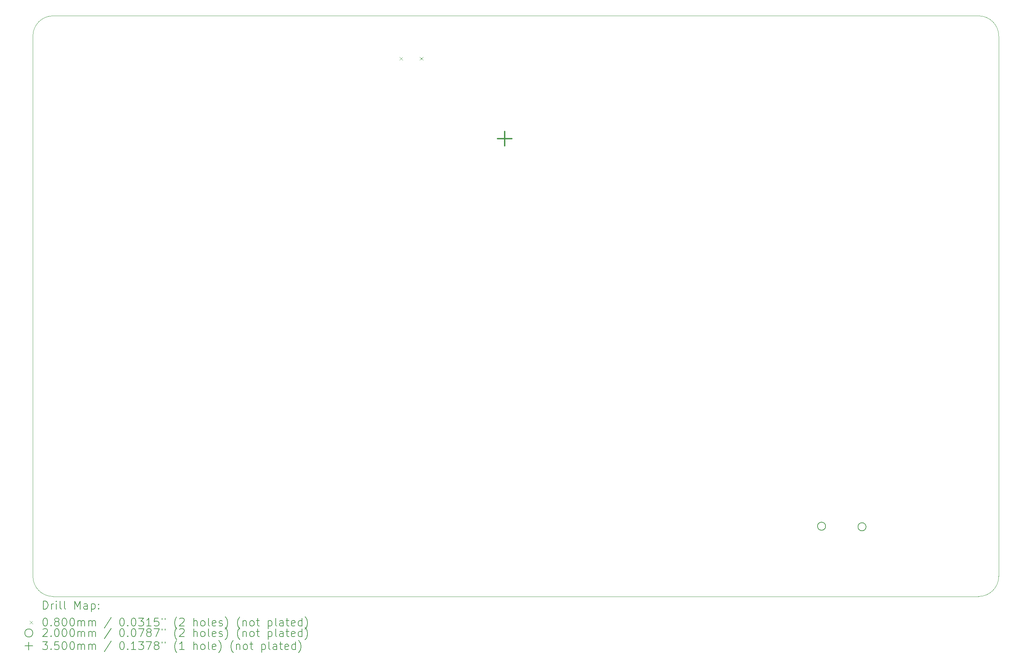
<source format=gbr>
%TF.GenerationSoftware,KiCad,Pcbnew,9.0.2*%
%TF.CreationDate,2025-09-27T17:57:00+01:00*%
%TF.ProjectId,ESP_IOBoard_V4,4553505f-494f-4426-9f61-72645f56342e,rev?*%
%TF.SameCoordinates,Original*%
%TF.FileFunction,Drillmap*%
%TF.FilePolarity,Positive*%
%FSLAX45Y45*%
G04 Gerber Fmt 4.5, Leading zero omitted, Abs format (unit mm)*
G04 Created by KiCad (PCBNEW 9.0.2) date 2025-09-27 17:57:00*
%MOMM*%
%LPD*%
G01*
G04 APERTURE LIST*
%ADD10C,0.038100*%
%ADD11C,0.200000*%
%ADD12C,0.100000*%
%ADD13C,0.350000*%
G04 APERTURE END LIST*
D10*
X26187400Y-15611220D02*
G75*
G02*
X25687400Y-16111220I-500000J0D01*
G01*
X2222500Y-2217040D02*
G75*
G02*
X2722500Y-1717040I500000J0D01*
G01*
X2722500Y-1717040D02*
X25687400Y-1717040D01*
X25687400Y-1717040D02*
G75*
G02*
X26187400Y-2217040I0J-500000D01*
G01*
X2722500Y-16111220D02*
G75*
G02*
X2222500Y-15611220I0J500000D01*
G01*
X26187400Y-2217040D02*
X26187400Y-15611220D01*
X2222500Y-15611220D02*
X2222500Y-2217040D01*
X25687400Y-16111220D02*
X2722500Y-16111220D01*
D11*
D12*
X11320840Y-2736780D02*
X11400840Y-2816780D01*
X11400840Y-2736780D02*
X11320840Y-2816780D01*
X11820840Y-2736780D02*
X11900840Y-2816780D01*
X11900840Y-2736780D02*
X11820840Y-2816780D01*
D11*
X21890660Y-14369560D02*
G75*
G02*
X21690660Y-14369560I-100000J0D01*
G01*
X21690660Y-14369560D02*
G75*
G02*
X21890660Y-14369560I100000J0D01*
G01*
X22893960Y-14383990D02*
G75*
G02*
X22693960Y-14383990I-100000J0D01*
G01*
X22693960Y-14383990D02*
G75*
G02*
X22893960Y-14383990I100000J0D01*
G01*
D13*
X13928140Y-4584960D02*
X13928140Y-4934960D01*
X13753140Y-4759960D02*
X14103140Y-4759960D01*
D11*
X2481372Y-16424609D02*
X2481372Y-16224609D01*
X2481372Y-16224609D02*
X2528991Y-16224609D01*
X2528991Y-16224609D02*
X2557562Y-16234133D01*
X2557562Y-16234133D02*
X2576610Y-16253180D01*
X2576610Y-16253180D02*
X2586134Y-16272228D01*
X2586134Y-16272228D02*
X2595658Y-16310323D01*
X2595658Y-16310323D02*
X2595658Y-16338894D01*
X2595658Y-16338894D02*
X2586134Y-16376990D01*
X2586134Y-16376990D02*
X2576610Y-16396037D01*
X2576610Y-16396037D02*
X2557562Y-16415085D01*
X2557562Y-16415085D02*
X2528991Y-16424609D01*
X2528991Y-16424609D02*
X2481372Y-16424609D01*
X2681372Y-16424609D02*
X2681372Y-16291275D01*
X2681372Y-16329371D02*
X2690896Y-16310323D01*
X2690896Y-16310323D02*
X2700419Y-16300799D01*
X2700419Y-16300799D02*
X2719467Y-16291275D01*
X2719467Y-16291275D02*
X2738515Y-16291275D01*
X2805181Y-16424609D02*
X2805181Y-16291275D01*
X2805181Y-16224609D02*
X2795658Y-16234133D01*
X2795658Y-16234133D02*
X2805181Y-16243656D01*
X2805181Y-16243656D02*
X2814705Y-16234133D01*
X2814705Y-16234133D02*
X2805181Y-16224609D01*
X2805181Y-16224609D02*
X2805181Y-16243656D01*
X2928991Y-16424609D02*
X2909943Y-16415085D01*
X2909943Y-16415085D02*
X2900419Y-16396037D01*
X2900419Y-16396037D02*
X2900419Y-16224609D01*
X3033753Y-16424609D02*
X3014705Y-16415085D01*
X3014705Y-16415085D02*
X3005181Y-16396037D01*
X3005181Y-16396037D02*
X3005181Y-16224609D01*
X3262324Y-16424609D02*
X3262324Y-16224609D01*
X3262324Y-16224609D02*
X3328991Y-16367466D01*
X3328991Y-16367466D02*
X3395657Y-16224609D01*
X3395657Y-16224609D02*
X3395657Y-16424609D01*
X3576610Y-16424609D02*
X3576610Y-16319847D01*
X3576610Y-16319847D02*
X3567086Y-16300799D01*
X3567086Y-16300799D02*
X3548038Y-16291275D01*
X3548038Y-16291275D02*
X3509943Y-16291275D01*
X3509943Y-16291275D02*
X3490896Y-16300799D01*
X3576610Y-16415085D02*
X3557562Y-16424609D01*
X3557562Y-16424609D02*
X3509943Y-16424609D01*
X3509943Y-16424609D02*
X3490896Y-16415085D01*
X3490896Y-16415085D02*
X3481372Y-16396037D01*
X3481372Y-16396037D02*
X3481372Y-16376990D01*
X3481372Y-16376990D02*
X3490896Y-16357942D01*
X3490896Y-16357942D02*
X3509943Y-16348418D01*
X3509943Y-16348418D02*
X3557562Y-16348418D01*
X3557562Y-16348418D02*
X3576610Y-16338894D01*
X3671848Y-16291275D02*
X3671848Y-16491275D01*
X3671848Y-16300799D02*
X3690896Y-16291275D01*
X3690896Y-16291275D02*
X3728991Y-16291275D01*
X3728991Y-16291275D02*
X3748038Y-16300799D01*
X3748038Y-16300799D02*
X3757562Y-16310323D01*
X3757562Y-16310323D02*
X3767086Y-16329371D01*
X3767086Y-16329371D02*
X3767086Y-16386513D01*
X3767086Y-16386513D02*
X3757562Y-16405561D01*
X3757562Y-16405561D02*
X3748038Y-16415085D01*
X3748038Y-16415085D02*
X3728991Y-16424609D01*
X3728991Y-16424609D02*
X3690896Y-16424609D01*
X3690896Y-16424609D02*
X3671848Y-16415085D01*
X3852800Y-16405561D02*
X3862324Y-16415085D01*
X3862324Y-16415085D02*
X3852800Y-16424609D01*
X3852800Y-16424609D02*
X3843277Y-16415085D01*
X3843277Y-16415085D02*
X3852800Y-16405561D01*
X3852800Y-16405561D02*
X3852800Y-16424609D01*
X3852800Y-16300799D02*
X3862324Y-16310323D01*
X3862324Y-16310323D02*
X3852800Y-16319847D01*
X3852800Y-16319847D02*
X3843277Y-16310323D01*
X3843277Y-16310323D02*
X3852800Y-16300799D01*
X3852800Y-16300799D02*
X3852800Y-16319847D01*
D12*
X2140595Y-16713125D02*
X2220595Y-16793125D01*
X2220595Y-16713125D02*
X2140595Y-16793125D01*
D11*
X2519467Y-16644609D02*
X2538515Y-16644609D01*
X2538515Y-16644609D02*
X2557562Y-16654133D01*
X2557562Y-16654133D02*
X2567086Y-16663656D01*
X2567086Y-16663656D02*
X2576610Y-16682704D01*
X2576610Y-16682704D02*
X2586134Y-16720799D01*
X2586134Y-16720799D02*
X2586134Y-16768418D01*
X2586134Y-16768418D02*
X2576610Y-16806514D01*
X2576610Y-16806514D02*
X2567086Y-16825561D01*
X2567086Y-16825561D02*
X2557562Y-16835085D01*
X2557562Y-16835085D02*
X2538515Y-16844609D01*
X2538515Y-16844609D02*
X2519467Y-16844609D01*
X2519467Y-16844609D02*
X2500419Y-16835085D01*
X2500419Y-16835085D02*
X2490896Y-16825561D01*
X2490896Y-16825561D02*
X2481372Y-16806514D01*
X2481372Y-16806514D02*
X2471848Y-16768418D01*
X2471848Y-16768418D02*
X2471848Y-16720799D01*
X2471848Y-16720799D02*
X2481372Y-16682704D01*
X2481372Y-16682704D02*
X2490896Y-16663656D01*
X2490896Y-16663656D02*
X2500419Y-16654133D01*
X2500419Y-16654133D02*
X2519467Y-16644609D01*
X2671848Y-16825561D02*
X2681372Y-16835085D01*
X2681372Y-16835085D02*
X2671848Y-16844609D01*
X2671848Y-16844609D02*
X2662324Y-16835085D01*
X2662324Y-16835085D02*
X2671848Y-16825561D01*
X2671848Y-16825561D02*
X2671848Y-16844609D01*
X2795658Y-16730323D02*
X2776610Y-16720799D01*
X2776610Y-16720799D02*
X2767086Y-16711275D01*
X2767086Y-16711275D02*
X2757562Y-16692228D01*
X2757562Y-16692228D02*
X2757562Y-16682704D01*
X2757562Y-16682704D02*
X2767086Y-16663656D01*
X2767086Y-16663656D02*
X2776610Y-16654133D01*
X2776610Y-16654133D02*
X2795658Y-16644609D01*
X2795658Y-16644609D02*
X2833753Y-16644609D01*
X2833753Y-16644609D02*
X2852800Y-16654133D01*
X2852800Y-16654133D02*
X2862324Y-16663656D01*
X2862324Y-16663656D02*
X2871848Y-16682704D01*
X2871848Y-16682704D02*
X2871848Y-16692228D01*
X2871848Y-16692228D02*
X2862324Y-16711275D01*
X2862324Y-16711275D02*
X2852800Y-16720799D01*
X2852800Y-16720799D02*
X2833753Y-16730323D01*
X2833753Y-16730323D02*
X2795658Y-16730323D01*
X2795658Y-16730323D02*
X2776610Y-16739847D01*
X2776610Y-16739847D02*
X2767086Y-16749371D01*
X2767086Y-16749371D02*
X2757562Y-16768418D01*
X2757562Y-16768418D02*
X2757562Y-16806514D01*
X2757562Y-16806514D02*
X2767086Y-16825561D01*
X2767086Y-16825561D02*
X2776610Y-16835085D01*
X2776610Y-16835085D02*
X2795658Y-16844609D01*
X2795658Y-16844609D02*
X2833753Y-16844609D01*
X2833753Y-16844609D02*
X2852800Y-16835085D01*
X2852800Y-16835085D02*
X2862324Y-16825561D01*
X2862324Y-16825561D02*
X2871848Y-16806514D01*
X2871848Y-16806514D02*
X2871848Y-16768418D01*
X2871848Y-16768418D02*
X2862324Y-16749371D01*
X2862324Y-16749371D02*
X2852800Y-16739847D01*
X2852800Y-16739847D02*
X2833753Y-16730323D01*
X2995657Y-16644609D02*
X3014705Y-16644609D01*
X3014705Y-16644609D02*
X3033753Y-16654133D01*
X3033753Y-16654133D02*
X3043277Y-16663656D01*
X3043277Y-16663656D02*
X3052800Y-16682704D01*
X3052800Y-16682704D02*
X3062324Y-16720799D01*
X3062324Y-16720799D02*
X3062324Y-16768418D01*
X3062324Y-16768418D02*
X3052800Y-16806514D01*
X3052800Y-16806514D02*
X3043277Y-16825561D01*
X3043277Y-16825561D02*
X3033753Y-16835085D01*
X3033753Y-16835085D02*
X3014705Y-16844609D01*
X3014705Y-16844609D02*
X2995657Y-16844609D01*
X2995657Y-16844609D02*
X2976610Y-16835085D01*
X2976610Y-16835085D02*
X2967086Y-16825561D01*
X2967086Y-16825561D02*
X2957562Y-16806514D01*
X2957562Y-16806514D02*
X2948038Y-16768418D01*
X2948038Y-16768418D02*
X2948038Y-16720799D01*
X2948038Y-16720799D02*
X2957562Y-16682704D01*
X2957562Y-16682704D02*
X2967086Y-16663656D01*
X2967086Y-16663656D02*
X2976610Y-16654133D01*
X2976610Y-16654133D02*
X2995657Y-16644609D01*
X3186134Y-16644609D02*
X3205181Y-16644609D01*
X3205181Y-16644609D02*
X3224229Y-16654133D01*
X3224229Y-16654133D02*
X3233753Y-16663656D01*
X3233753Y-16663656D02*
X3243277Y-16682704D01*
X3243277Y-16682704D02*
X3252800Y-16720799D01*
X3252800Y-16720799D02*
X3252800Y-16768418D01*
X3252800Y-16768418D02*
X3243277Y-16806514D01*
X3243277Y-16806514D02*
X3233753Y-16825561D01*
X3233753Y-16825561D02*
X3224229Y-16835085D01*
X3224229Y-16835085D02*
X3205181Y-16844609D01*
X3205181Y-16844609D02*
X3186134Y-16844609D01*
X3186134Y-16844609D02*
X3167086Y-16835085D01*
X3167086Y-16835085D02*
X3157562Y-16825561D01*
X3157562Y-16825561D02*
X3148038Y-16806514D01*
X3148038Y-16806514D02*
X3138515Y-16768418D01*
X3138515Y-16768418D02*
X3138515Y-16720799D01*
X3138515Y-16720799D02*
X3148038Y-16682704D01*
X3148038Y-16682704D02*
X3157562Y-16663656D01*
X3157562Y-16663656D02*
X3167086Y-16654133D01*
X3167086Y-16654133D02*
X3186134Y-16644609D01*
X3338515Y-16844609D02*
X3338515Y-16711275D01*
X3338515Y-16730323D02*
X3348038Y-16720799D01*
X3348038Y-16720799D02*
X3367086Y-16711275D01*
X3367086Y-16711275D02*
X3395658Y-16711275D01*
X3395658Y-16711275D02*
X3414705Y-16720799D01*
X3414705Y-16720799D02*
X3424229Y-16739847D01*
X3424229Y-16739847D02*
X3424229Y-16844609D01*
X3424229Y-16739847D02*
X3433753Y-16720799D01*
X3433753Y-16720799D02*
X3452800Y-16711275D01*
X3452800Y-16711275D02*
X3481372Y-16711275D01*
X3481372Y-16711275D02*
X3500419Y-16720799D01*
X3500419Y-16720799D02*
X3509943Y-16739847D01*
X3509943Y-16739847D02*
X3509943Y-16844609D01*
X3605181Y-16844609D02*
X3605181Y-16711275D01*
X3605181Y-16730323D02*
X3614705Y-16720799D01*
X3614705Y-16720799D02*
X3633753Y-16711275D01*
X3633753Y-16711275D02*
X3662324Y-16711275D01*
X3662324Y-16711275D02*
X3681372Y-16720799D01*
X3681372Y-16720799D02*
X3690896Y-16739847D01*
X3690896Y-16739847D02*
X3690896Y-16844609D01*
X3690896Y-16739847D02*
X3700419Y-16720799D01*
X3700419Y-16720799D02*
X3719467Y-16711275D01*
X3719467Y-16711275D02*
X3748038Y-16711275D01*
X3748038Y-16711275D02*
X3767086Y-16720799D01*
X3767086Y-16720799D02*
X3776610Y-16739847D01*
X3776610Y-16739847D02*
X3776610Y-16844609D01*
X4167086Y-16635085D02*
X3995658Y-16892228D01*
X4424229Y-16644609D02*
X4443277Y-16644609D01*
X4443277Y-16644609D02*
X4462324Y-16654133D01*
X4462324Y-16654133D02*
X4471848Y-16663656D01*
X4471848Y-16663656D02*
X4481372Y-16682704D01*
X4481372Y-16682704D02*
X4490896Y-16720799D01*
X4490896Y-16720799D02*
X4490896Y-16768418D01*
X4490896Y-16768418D02*
X4481372Y-16806514D01*
X4481372Y-16806514D02*
X4471848Y-16825561D01*
X4471848Y-16825561D02*
X4462324Y-16835085D01*
X4462324Y-16835085D02*
X4443277Y-16844609D01*
X4443277Y-16844609D02*
X4424229Y-16844609D01*
X4424229Y-16844609D02*
X4405182Y-16835085D01*
X4405182Y-16835085D02*
X4395658Y-16825561D01*
X4395658Y-16825561D02*
X4386134Y-16806514D01*
X4386134Y-16806514D02*
X4376610Y-16768418D01*
X4376610Y-16768418D02*
X4376610Y-16720799D01*
X4376610Y-16720799D02*
X4386134Y-16682704D01*
X4386134Y-16682704D02*
X4395658Y-16663656D01*
X4395658Y-16663656D02*
X4405182Y-16654133D01*
X4405182Y-16654133D02*
X4424229Y-16644609D01*
X4576610Y-16825561D02*
X4586134Y-16835085D01*
X4586134Y-16835085D02*
X4576610Y-16844609D01*
X4576610Y-16844609D02*
X4567086Y-16835085D01*
X4567086Y-16835085D02*
X4576610Y-16825561D01*
X4576610Y-16825561D02*
X4576610Y-16844609D01*
X4709943Y-16644609D02*
X4728991Y-16644609D01*
X4728991Y-16644609D02*
X4748039Y-16654133D01*
X4748039Y-16654133D02*
X4757563Y-16663656D01*
X4757563Y-16663656D02*
X4767086Y-16682704D01*
X4767086Y-16682704D02*
X4776610Y-16720799D01*
X4776610Y-16720799D02*
X4776610Y-16768418D01*
X4776610Y-16768418D02*
X4767086Y-16806514D01*
X4767086Y-16806514D02*
X4757563Y-16825561D01*
X4757563Y-16825561D02*
X4748039Y-16835085D01*
X4748039Y-16835085D02*
X4728991Y-16844609D01*
X4728991Y-16844609D02*
X4709943Y-16844609D01*
X4709943Y-16844609D02*
X4690896Y-16835085D01*
X4690896Y-16835085D02*
X4681372Y-16825561D01*
X4681372Y-16825561D02*
X4671848Y-16806514D01*
X4671848Y-16806514D02*
X4662324Y-16768418D01*
X4662324Y-16768418D02*
X4662324Y-16720799D01*
X4662324Y-16720799D02*
X4671848Y-16682704D01*
X4671848Y-16682704D02*
X4681372Y-16663656D01*
X4681372Y-16663656D02*
X4690896Y-16654133D01*
X4690896Y-16654133D02*
X4709943Y-16644609D01*
X4843277Y-16644609D02*
X4967086Y-16644609D01*
X4967086Y-16644609D02*
X4900420Y-16720799D01*
X4900420Y-16720799D02*
X4928991Y-16720799D01*
X4928991Y-16720799D02*
X4948039Y-16730323D01*
X4948039Y-16730323D02*
X4957563Y-16739847D01*
X4957563Y-16739847D02*
X4967086Y-16758894D01*
X4967086Y-16758894D02*
X4967086Y-16806514D01*
X4967086Y-16806514D02*
X4957563Y-16825561D01*
X4957563Y-16825561D02*
X4948039Y-16835085D01*
X4948039Y-16835085D02*
X4928991Y-16844609D01*
X4928991Y-16844609D02*
X4871848Y-16844609D01*
X4871848Y-16844609D02*
X4852801Y-16835085D01*
X4852801Y-16835085D02*
X4843277Y-16825561D01*
X5157563Y-16844609D02*
X5043277Y-16844609D01*
X5100420Y-16844609D02*
X5100420Y-16644609D01*
X5100420Y-16644609D02*
X5081372Y-16673180D01*
X5081372Y-16673180D02*
X5062324Y-16692228D01*
X5062324Y-16692228D02*
X5043277Y-16701752D01*
X5338515Y-16644609D02*
X5243277Y-16644609D01*
X5243277Y-16644609D02*
X5233753Y-16739847D01*
X5233753Y-16739847D02*
X5243277Y-16730323D01*
X5243277Y-16730323D02*
X5262324Y-16720799D01*
X5262324Y-16720799D02*
X5309944Y-16720799D01*
X5309944Y-16720799D02*
X5328991Y-16730323D01*
X5328991Y-16730323D02*
X5338515Y-16739847D01*
X5338515Y-16739847D02*
X5348039Y-16758894D01*
X5348039Y-16758894D02*
X5348039Y-16806514D01*
X5348039Y-16806514D02*
X5338515Y-16825561D01*
X5338515Y-16825561D02*
X5328991Y-16835085D01*
X5328991Y-16835085D02*
X5309944Y-16844609D01*
X5309944Y-16844609D02*
X5262324Y-16844609D01*
X5262324Y-16844609D02*
X5243277Y-16835085D01*
X5243277Y-16835085D02*
X5233753Y-16825561D01*
X5424229Y-16644609D02*
X5424229Y-16682704D01*
X5500420Y-16644609D02*
X5500420Y-16682704D01*
X5795658Y-16920799D02*
X5786134Y-16911275D01*
X5786134Y-16911275D02*
X5767086Y-16882704D01*
X5767086Y-16882704D02*
X5757563Y-16863656D01*
X5757563Y-16863656D02*
X5748039Y-16835085D01*
X5748039Y-16835085D02*
X5738515Y-16787466D01*
X5738515Y-16787466D02*
X5738515Y-16749371D01*
X5738515Y-16749371D02*
X5748039Y-16701752D01*
X5748039Y-16701752D02*
X5757563Y-16673180D01*
X5757563Y-16673180D02*
X5767086Y-16654133D01*
X5767086Y-16654133D02*
X5786134Y-16625561D01*
X5786134Y-16625561D02*
X5795658Y-16616037D01*
X5862324Y-16663656D02*
X5871848Y-16654133D01*
X5871848Y-16654133D02*
X5890896Y-16644609D01*
X5890896Y-16644609D02*
X5938515Y-16644609D01*
X5938515Y-16644609D02*
X5957563Y-16654133D01*
X5957563Y-16654133D02*
X5967086Y-16663656D01*
X5967086Y-16663656D02*
X5976610Y-16682704D01*
X5976610Y-16682704D02*
X5976610Y-16701752D01*
X5976610Y-16701752D02*
X5967086Y-16730323D01*
X5967086Y-16730323D02*
X5852801Y-16844609D01*
X5852801Y-16844609D02*
X5976610Y-16844609D01*
X6214705Y-16844609D02*
X6214705Y-16644609D01*
X6300420Y-16844609D02*
X6300420Y-16739847D01*
X6300420Y-16739847D02*
X6290896Y-16720799D01*
X6290896Y-16720799D02*
X6271848Y-16711275D01*
X6271848Y-16711275D02*
X6243277Y-16711275D01*
X6243277Y-16711275D02*
X6224229Y-16720799D01*
X6224229Y-16720799D02*
X6214705Y-16730323D01*
X6424229Y-16844609D02*
X6405182Y-16835085D01*
X6405182Y-16835085D02*
X6395658Y-16825561D01*
X6395658Y-16825561D02*
X6386134Y-16806514D01*
X6386134Y-16806514D02*
X6386134Y-16749371D01*
X6386134Y-16749371D02*
X6395658Y-16730323D01*
X6395658Y-16730323D02*
X6405182Y-16720799D01*
X6405182Y-16720799D02*
X6424229Y-16711275D01*
X6424229Y-16711275D02*
X6452801Y-16711275D01*
X6452801Y-16711275D02*
X6471848Y-16720799D01*
X6471848Y-16720799D02*
X6481372Y-16730323D01*
X6481372Y-16730323D02*
X6490896Y-16749371D01*
X6490896Y-16749371D02*
X6490896Y-16806514D01*
X6490896Y-16806514D02*
X6481372Y-16825561D01*
X6481372Y-16825561D02*
X6471848Y-16835085D01*
X6471848Y-16835085D02*
X6452801Y-16844609D01*
X6452801Y-16844609D02*
X6424229Y-16844609D01*
X6605182Y-16844609D02*
X6586134Y-16835085D01*
X6586134Y-16835085D02*
X6576610Y-16816037D01*
X6576610Y-16816037D02*
X6576610Y-16644609D01*
X6757563Y-16835085D02*
X6738515Y-16844609D01*
X6738515Y-16844609D02*
X6700420Y-16844609D01*
X6700420Y-16844609D02*
X6681372Y-16835085D01*
X6681372Y-16835085D02*
X6671848Y-16816037D01*
X6671848Y-16816037D02*
X6671848Y-16739847D01*
X6671848Y-16739847D02*
X6681372Y-16720799D01*
X6681372Y-16720799D02*
X6700420Y-16711275D01*
X6700420Y-16711275D02*
X6738515Y-16711275D01*
X6738515Y-16711275D02*
X6757563Y-16720799D01*
X6757563Y-16720799D02*
X6767086Y-16739847D01*
X6767086Y-16739847D02*
X6767086Y-16758894D01*
X6767086Y-16758894D02*
X6671848Y-16777942D01*
X6843277Y-16835085D02*
X6862325Y-16844609D01*
X6862325Y-16844609D02*
X6900420Y-16844609D01*
X6900420Y-16844609D02*
X6919467Y-16835085D01*
X6919467Y-16835085D02*
X6928991Y-16816037D01*
X6928991Y-16816037D02*
X6928991Y-16806514D01*
X6928991Y-16806514D02*
X6919467Y-16787466D01*
X6919467Y-16787466D02*
X6900420Y-16777942D01*
X6900420Y-16777942D02*
X6871848Y-16777942D01*
X6871848Y-16777942D02*
X6852801Y-16768418D01*
X6852801Y-16768418D02*
X6843277Y-16749371D01*
X6843277Y-16749371D02*
X6843277Y-16739847D01*
X6843277Y-16739847D02*
X6852801Y-16720799D01*
X6852801Y-16720799D02*
X6871848Y-16711275D01*
X6871848Y-16711275D02*
X6900420Y-16711275D01*
X6900420Y-16711275D02*
X6919467Y-16720799D01*
X6995658Y-16920799D02*
X7005182Y-16911275D01*
X7005182Y-16911275D02*
X7024229Y-16882704D01*
X7024229Y-16882704D02*
X7033753Y-16863656D01*
X7033753Y-16863656D02*
X7043277Y-16835085D01*
X7043277Y-16835085D02*
X7052801Y-16787466D01*
X7052801Y-16787466D02*
X7052801Y-16749371D01*
X7052801Y-16749371D02*
X7043277Y-16701752D01*
X7043277Y-16701752D02*
X7033753Y-16673180D01*
X7033753Y-16673180D02*
X7024229Y-16654133D01*
X7024229Y-16654133D02*
X7005182Y-16625561D01*
X7005182Y-16625561D02*
X6995658Y-16616037D01*
X7357563Y-16920799D02*
X7348039Y-16911275D01*
X7348039Y-16911275D02*
X7328991Y-16882704D01*
X7328991Y-16882704D02*
X7319467Y-16863656D01*
X7319467Y-16863656D02*
X7309944Y-16835085D01*
X7309944Y-16835085D02*
X7300420Y-16787466D01*
X7300420Y-16787466D02*
X7300420Y-16749371D01*
X7300420Y-16749371D02*
X7309944Y-16701752D01*
X7309944Y-16701752D02*
X7319467Y-16673180D01*
X7319467Y-16673180D02*
X7328991Y-16654133D01*
X7328991Y-16654133D02*
X7348039Y-16625561D01*
X7348039Y-16625561D02*
X7357563Y-16616037D01*
X7433753Y-16711275D02*
X7433753Y-16844609D01*
X7433753Y-16730323D02*
X7443277Y-16720799D01*
X7443277Y-16720799D02*
X7462325Y-16711275D01*
X7462325Y-16711275D02*
X7490896Y-16711275D01*
X7490896Y-16711275D02*
X7509944Y-16720799D01*
X7509944Y-16720799D02*
X7519467Y-16739847D01*
X7519467Y-16739847D02*
X7519467Y-16844609D01*
X7643277Y-16844609D02*
X7624229Y-16835085D01*
X7624229Y-16835085D02*
X7614706Y-16825561D01*
X7614706Y-16825561D02*
X7605182Y-16806514D01*
X7605182Y-16806514D02*
X7605182Y-16749371D01*
X7605182Y-16749371D02*
X7614706Y-16730323D01*
X7614706Y-16730323D02*
X7624229Y-16720799D01*
X7624229Y-16720799D02*
X7643277Y-16711275D01*
X7643277Y-16711275D02*
X7671848Y-16711275D01*
X7671848Y-16711275D02*
X7690896Y-16720799D01*
X7690896Y-16720799D02*
X7700420Y-16730323D01*
X7700420Y-16730323D02*
X7709944Y-16749371D01*
X7709944Y-16749371D02*
X7709944Y-16806514D01*
X7709944Y-16806514D02*
X7700420Y-16825561D01*
X7700420Y-16825561D02*
X7690896Y-16835085D01*
X7690896Y-16835085D02*
X7671848Y-16844609D01*
X7671848Y-16844609D02*
X7643277Y-16844609D01*
X7767087Y-16711275D02*
X7843277Y-16711275D01*
X7795658Y-16644609D02*
X7795658Y-16816037D01*
X7795658Y-16816037D02*
X7805182Y-16835085D01*
X7805182Y-16835085D02*
X7824229Y-16844609D01*
X7824229Y-16844609D02*
X7843277Y-16844609D01*
X8062325Y-16711275D02*
X8062325Y-16911275D01*
X8062325Y-16720799D02*
X8081372Y-16711275D01*
X8081372Y-16711275D02*
X8119468Y-16711275D01*
X8119468Y-16711275D02*
X8138515Y-16720799D01*
X8138515Y-16720799D02*
X8148039Y-16730323D01*
X8148039Y-16730323D02*
X8157563Y-16749371D01*
X8157563Y-16749371D02*
X8157563Y-16806514D01*
X8157563Y-16806514D02*
X8148039Y-16825561D01*
X8148039Y-16825561D02*
X8138515Y-16835085D01*
X8138515Y-16835085D02*
X8119468Y-16844609D01*
X8119468Y-16844609D02*
X8081372Y-16844609D01*
X8081372Y-16844609D02*
X8062325Y-16835085D01*
X8271848Y-16844609D02*
X8252801Y-16835085D01*
X8252801Y-16835085D02*
X8243277Y-16816037D01*
X8243277Y-16816037D02*
X8243277Y-16644609D01*
X8433753Y-16844609D02*
X8433753Y-16739847D01*
X8433753Y-16739847D02*
X8424230Y-16720799D01*
X8424230Y-16720799D02*
X8405182Y-16711275D01*
X8405182Y-16711275D02*
X8367087Y-16711275D01*
X8367087Y-16711275D02*
X8348039Y-16720799D01*
X8433753Y-16835085D02*
X8414706Y-16844609D01*
X8414706Y-16844609D02*
X8367087Y-16844609D01*
X8367087Y-16844609D02*
X8348039Y-16835085D01*
X8348039Y-16835085D02*
X8338515Y-16816037D01*
X8338515Y-16816037D02*
X8338515Y-16796990D01*
X8338515Y-16796990D02*
X8348039Y-16777942D01*
X8348039Y-16777942D02*
X8367087Y-16768418D01*
X8367087Y-16768418D02*
X8414706Y-16768418D01*
X8414706Y-16768418D02*
X8433753Y-16758894D01*
X8500420Y-16711275D02*
X8576610Y-16711275D01*
X8528991Y-16644609D02*
X8528991Y-16816037D01*
X8528991Y-16816037D02*
X8538515Y-16835085D01*
X8538515Y-16835085D02*
X8557563Y-16844609D01*
X8557563Y-16844609D02*
X8576610Y-16844609D01*
X8719468Y-16835085D02*
X8700420Y-16844609D01*
X8700420Y-16844609D02*
X8662325Y-16844609D01*
X8662325Y-16844609D02*
X8643277Y-16835085D01*
X8643277Y-16835085D02*
X8633753Y-16816037D01*
X8633753Y-16816037D02*
X8633753Y-16739847D01*
X8633753Y-16739847D02*
X8643277Y-16720799D01*
X8643277Y-16720799D02*
X8662325Y-16711275D01*
X8662325Y-16711275D02*
X8700420Y-16711275D01*
X8700420Y-16711275D02*
X8719468Y-16720799D01*
X8719468Y-16720799D02*
X8728991Y-16739847D01*
X8728991Y-16739847D02*
X8728991Y-16758894D01*
X8728991Y-16758894D02*
X8633753Y-16777942D01*
X8900420Y-16844609D02*
X8900420Y-16644609D01*
X8900420Y-16835085D02*
X8881372Y-16844609D01*
X8881372Y-16844609D02*
X8843277Y-16844609D01*
X8843277Y-16844609D02*
X8824230Y-16835085D01*
X8824230Y-16835085D02*
X8814706Y-16825561D01*
X8814706Y-16825561D02*
X8805182Y-16806514D01*
X8805182Y-16806514D02*
X8805182Y-16749371D01*
X8805182Y-16749371D02*
X8814706Y-16730323D01*
X8814706Y-16730323D02*
X8824230Y-16720799D01*
X8824230Y-16720799D02*
X8843277Y-16711275D01*
X8843277Y-16711275D02*
X8881372Y-16711275D01*
X8881372Y-16711275D02*
X8900420Y-16720799D01*
X8976611Y-16920799D02*
X8986134Y-16911275D01*
X8986134Y-16911275D02*
X9005182Y-16882704D01*
X9005182Y-16882704D02*
X9014706Y-16863656D01*
X9014706Y-16863656D02*
X9024230Y-16835085D01*
X9024230Y-16835085D02*
X9033753Y-16787466D01*
X9033753Y-16787466D02*
X9033753Y-16749371D01*
X9033753Y-16749371D02*
X9024230Y-16701752D01*
X9024230Y-16701752D02*
X9014706Y-16673180D01*
X9014706Y-16673180D02*
X9005182Y-16654133D01*
X9005182Y-16654133D02*
X8986134Y-16625561D01*
X8986134Y-16625561D02*
X8976611Y-16616037D01*
X2220595Y-17017125D02*
G75*
G02*
X2020595Y-17017125I-100000J0D01*
G01*
X2020595Y-17017125D02*
G75*
G02*
X2220595Y-17017125I100000J0D01*
G01*
X2471848Y-16927656D02*
X2481372Y-16918133D01*
X2481372Y-16918133D02*
X2500419Y-16908609D01*
X2500419Y-16908609D02*
X2548039Y-16908609D01*
X2548039Y-16908609D02*
X2567086Y-16918133D01*
X2567086Y-16918133D02*
X2576610Y-16927656D01*
X2576610Y-16927656D02*
X2586134Y-16946704D01*
X2586134Y-16946704D02*
X2586134Y-16965752D01*
X2586134Y-16965752D02*
X2576610Y-16994323D01*
X2576610Y-16994323D02*
X2462324Y-17108609D01*
X2462324Y-17108609D02*
X2586134Y-17108609D01*
X2671848Y-17089561D02*
X2681372Y-17099085D01*
X2681372Y-17099085D02*
X2671848Y-17108609D01*
X2671848Y-17108609D02*
X2662324Y-17099085D01*
X2662324Y-17099085D02*
X2671848Y-17089561D01*
X2671848Y-17089561D02*
X2671848Y-17108609D01*
X2805181Y-16908609D02*
X2824229Y-16908609D01*
X2824229Y-16908609D02*
X2843277Y-16918133D01*
X2843277Y-16918133D02*
X2852800Y-16927656D01*
X2852800Y-16927656D02*
X2862324Y-16946704D01*
X2862324Y-16946704D02*
X2871848Y-16984799D01*
X2871848Y-16984799D02*
X2871848Y-17032418D01*
X2871848Y-17032418D02*
X2862324Y-17070514D01*
X2862324Y-17070514D02*
X2852800Y-17089561D01*
X2852800Y-17089561D02*
X2843277Y-17099085D01*
X2843277Y-17099085D02*
X2824229Y-17108609D01*
X2824229Y-17108609D02*
X2805181Y-17108609D01*
X2805181Y-17108609D02*
X2786134Y-17099085D01*
X2786134Y-17099085D02*
X2776610Y-17089561D01*
X2776610Y-17089561D02*
X2767086Y-17070514D01*
X2767086Y-17070514D02*
X2757562Y-17032418D01*
X2757562Y-17032418D02*
X2757562Y-16984799D01*
X2757562Y-16984799D02*
X2767086Y-16946704D01*
X2767086Y-16946704D02*
X2776610Y-16927656D01*
X2776610Y-16927656D02*
X2786134Y-16918133D01*
X2786134Y-16918133D02*
X2805181Y-16908609D01*
X2995657Y-16908609D02*
X3014705Y-16908609D01*
X3014705Y-16908609D02*
X3033753Y-16918133D01*
X3033753Y-16918133D02*
X3043277Y-16927656D01*
X3043277Y-16927656D02*
X3052800Y-16946704D01*
X3052800Y-16946704D02*
X3062324Y-16984799D01*
X3062324Y-16984799D02*
X3062324Y-17032418D01*
X3062324Y-17032418D02*
X3052800Y-17070514D01*
X3052800Y-17070514D02*
X3043277Y-17089561D01*
X3043277Y-17089561D02*
X3033753Y-17099085D01*
X3033753Y-17099085D02*
X3014705Y-17108609D01*
X3014705Y-17108609D02*
X2995657Y-17108609D01*
X2995657Y-17108609D02*
X2976610Y-17099085D01*
X2976610Y-17099085D02*
X2967086Y-17089561D01*
X2967086Y-17089561D02*
X2957562Y-17070514D01*
X2957562Y-17070514D02*
X2948038Y-17032418D01*
X2948038Y-17032418D02*
X2948038Y-16984799D01*
X2948038Y-16984799D02*
X2957562Y-16946704D01*
X2957562Y-16946704D02*
X2967086Y-16927656D01*
X2967086Y-16927656D02*
X2976610Y-16918133D01*
X2976610Y-16918133D02*
X2995657Y-16908609D01*
X3186134Y-16908609D02*
X3205181Y-16908609D01*
X3205181Y-16908609D02*
X3224229Y-16918133D01*
X3224229Y-16918133D02*
X3233753Y-16927656D01*
X3233753Y-16927656D02*
X3243277Y-16946704D01*
X3243277Y-16946704D02*
X3252800Y-16984799D01*
X3252800Y-16984799D02*
X3252800Y-17032418D01*
X3252800Y-17032418D02*
X3243277Y-17070514D01*
X3243277Y-17070514D02*
X3233753Y-17089561D01*
X3233753Y-17089561D02*
X3224229Y-17099085D01*
X3224229Y-17099085D02*
X3205181Y-17108609D01*
X3205181Y-17108609D02*
X3186134Y-17108609D01*
X3186134Y-17108609D02*
X3167086Y-17099085D01*
X3167086Y-17099085D02*
X3157562Y-17089561D01*
X3157562Y-17089561D02*
X3148038Y-17070514D01*
X3148038Y-17070514D02*
X3138515Y-17032418D01*
X3138515Y-17032418D02*
X3138515Y-16984799D01*
X3138515Y-16984799D02*
X3148038Y-16946704D01*
X3148038Y-16946704D02*
X3157562Y-16927656D01*
X3157562Y-16927656D02*
X3167086Y-16918133D01*
X3167086Y-16918133D02*
X3186134Y-16908609D01*
X3338515Y-17108609D02*
X3338515Y-16975275D01*
X3338515Y-16994323D02*
X3348038Y-16984799D01*
X3348038Y-16984799D02*
X3367086Y-16975275D01*
X3367086Y-16975275D02*
X3395658Y-16975275D01*
X3395658Y-16975275D02*
X3414705Y-16984799D01*
X3414705Y-16984799D02*
X3424229Y-17003847D01*
X3424229Y-17003847D02*
X3424229Y-17108609D01*
X3424229Y-17003847D02*
X3433753Y-16984799D01*
X3433753Y-16984799D02*
X3452800Y-16975275D01*
X3452800Y-16975275D02*
X3481372Y-16975275D01*
X3481372Y-16975275D02*
X3500419Y-16984799D01*
X3500419Y-16984799D02*
X3509943Y-17003847D01*
X3509943Y-17003847D02*
X3509943Y-17108609D01*
X3605181Y-17108609D02*
X3605181Y-16975275D01*
X3605181Y-16994323D02*
X3614705Y-16984799D01*
X3614705Y-16984799D02*
X3633753Y-16975275D01*
X3633753Y-16975275D02*
X3662324Y-16975275D01*
X3662324Y-16975275D02*
X3681372Y-16984799D01*
X3681372Y-16984799D02*
X3690896Y-17003847D01*
X3690896Y-17003847D02*
X3690896Y-17108609D01*
X3690896Y-17003847D02*
X3700419Y-16984799D01*
X3700419Y-16984799D02*
X3719467Y-16975275D01*
X3719467Y-16975275D02*
X3748038Y-16975275D01*
X3748038Y-16975275D02*
X3767086Y-16984799D01*
X3767086Y-16984799D02*
X3776610Y-17003847D01*
X3776610Y-17003847D02*
X3776610Y-17108609D01*
X4167086Y-16899085D02*
X3995658Y-17156228D01*
X4424229Y-16908609D02*
X4443277Y-16908609D01*
X4443277Y-16908609D02*
X4462324Y-16918133D01*
X4462324Y-16918133D02*
X4471848Y-16927656D01*
X4471848Y-16927656D02*
X4481372Y-16946704D01*
X4481372Y-16946704D02*
X4490896Y-16984799D01*
X4490896Y-16984799D02*
X4490896Y-17032418D01*
X4490896Y-17032418D02*
X4481372Y-17070514D01*
X4481372Y-17070514D02*
X4471848Y-17089561D01*
X4471848Y-17089561D02*
X4462324Y-17099085D01*
X4462324Y-17099085D02*
X4443277Y-17108609D01*
X4443277Y-17108609D02*
X4424229Y-17108609D01*
X4424229Y-17108609D02*
X4405182Y-17099085D01*
X4405182Y-17099085D02*
X4395658Y-17089561D01*
X4395658Y-17089561D02*
X4386134Y-17070514D01*
X4386134Y-17070514D02*
X4376610Y-17032418D01*
X4376610Y-17032418D02*
X4376610Y-16984799D01*
X4376610Y-16984799D02*
X4386134Y-16946704D01*
X4386134Y-16946704D02*
X4395658Y-16927656D01*
X4395658Y-16927656D02*
X4405182Y-16918133D01*
X4405182Y-16918133D02*
X4424229Y-16908609D01*
X4576610Y-17089561D02*
X4586134Y-17099085D01*
X4586134Y-17099085D02*
X4576610Y-17108609D01*
X4576610Y-17108609D02*
X4567086Y-17099085D01*
X4567086Y-17099085D02*
X4576610Y-17089561D01*
X4576610Y-17089561D02*
X4576610Y-17108609D01*
X4709943Y-16908609D02*
X4728991Y-16908609D01*
X4728991Y-16908609D02*
X4748039Y-16918133D01*
X4748039Y-16918133D02*
X4757563Y-16927656D01*
X4757563Y-16927656D02*
X4767086Y-16946704D01*
X4767086Y-16946704D02*
X4776610Y-16984799D01*
X4776610Y-16984799D02*
X4776610Y-17032418D01*
X4776610Y-17032418D02*
X4767086Y-17070514D01*
X4767086Y-17070514D02*
X4757563Y-17089561D01*
X4757563Y-17089561D02*
X4748039Y-17099085D01*
X4748039Y-17099085D02*
X4728991Y-17108609D01*
X4728991Y-17108609D02*
X4709943Y-17108609D01*
X4709943Y-17108609D02*
X4690896Y-17099085D01*
X4690896Y-17099085D02*
X4681372Y-17089561D01*
X4681372Y-17089561D02*
X4671848Y-17070514D01*
X4671848Y-17070514D02*
X4662324Y-17032418D01*
X4662324Y-17032418D02*
X4662324Y-16984799D01*
X4662324Y-16984799D02*
X4671848Y-16946704D01*
X4671848Y-16946704D02*
X4681372Y-16927656D01*
X4681372Y-16927656D02*
X4690896Y-16918133D01*
X4690896Y-16918133D02*
X4709943Y-16908609D01*
X4843277Y-16908609D02*
X4976610Y-16908609D01*
X4976610Y-16908609D02*
X4890896Y-17108609D01*
X5081372Y-16994323D02*
X5062324Y-16984799D01*
X5062324Y-16984799D02*
X5052801Y-16975275D01*
X5052801Y-16975275D02*
X5043277Y-16956228D01*
X5043277Y-16956228D02*
X5043277Y-16946704D01*
X5043277Y-16946704D02*
X5052801Y-16927656D01*
X5052801Y-16927656D02*
X5062324Y-16918133D01*
X5062324Y-16918133D02*
X5081372Y-16908609D01*
X5081372Y-16908609D02*
X5119467Y-16908609D01*
X5119467Y-16908609D02*
X5138515Y-16918133D01*
X5138515Y-16918133D02*
X5148039Y-16927656D01*
X5148039Y-16927656D02*
X5157563Y-16946704D01*
X5157563Y-16946704D02*
X5157563Y-16956228D01*
X5157563Y-16956228D02*
X5148039Y-16975275D01*
X5148039Y-16975275D02*
X5138515Y-16984799D01*
X5138515Y-16984799D02*
X5119467Y-16994323D01*
X5119467Y-16994323D02*
X5081372Y-16994323D01*
X5081372Y-16994323D02*
X5062324Y-17003847D01*
X5062324Y-17003847D02*
X5052801Y-17013371D01*
X5052801Y-17013371D02*
X5043277Y-17032418D01*
X5043277Y-17032418D02*
X5043277Y-17070514D01*
X5043277Y-17070514D02*
X5052801Y-17089561D01*
X5052801Y-17089561D02*
X5062324Y-17099085D01*
X5062324Y-17099085D02*
X5081372Y-17108609D01*
X5081372Y-17108609D02*
X5119467Y-17108609D01*
X5119467Y-17108609D02*
X5138515Y-17099085D01*
X5138515Y-17099085D02*
X5148039Y-17089561D01*
X5148039Y-17089561D02*
X5157563Y-17070514D01*
X5157563Y-17070514D02*
X5157563Y-17032418D01*
X5157563Y-17032418D02*
X5148039Y-17013371D01*
X5148039Y-17013371D02*
X5138515Y-17003847D01*
X5138515Y-17003847D02*
X5119467Y-16994323D01*
X5224229Y-16908609D02*
X5357563Y-16908609D01*
X5357563Y-16908609D02*
X5271848Y-17108609D01*
X5424229Y-16908609D02*
X5424229Y-16946704D01*
X5500420Y-16908609D02*
X5500420Y-16946704D01*
X5795658Y-17184799D02*
X5786134Y-17175275D01*
X5786134Y-17175275D02*
X5767086Y-17146704D01*
X5767086Y-17146704D02*
X5757563Y-17127656D01*
X5757563Y-17127656D02*
X5748039Y-17099085D01*
X5748039Y-17099085D02*
X5738515Y-17051466D01*
X5738515Y-17051466D02*
X5738515Y-17013371D01*
X5738515Y-17013371D02*
X5748039Y-16965752D01*
X5748039Y-16965752D02*
X5757563Y-16937180D01*
X5757563Y-16937180D02*
X5767086Y-16918133D01*
X5767086Y-16918133D02*
X5786134Y-16889561D01*
X5786134Y-16889561D02*
X5795658Y-16880037D01*
X5862324Y-16927656D02*
X5871848Y-16918133D01*
X5871848Y-16918133D02*
X5890896Y-16908609D01*
X5890896Y-16908609D02*
X5938515Y-16908609D01*
X5938515Y-16908609D02*
X5957563Y-16918133D01*
X5957563Y-16918133D02*
X5967086Y-16927656D01*
X5967086Y-16927656D02*
X5976610Y-16946704D01*
X5976610Y-16946704D02*
X5976610Y-16965752D01*
X5976610Y-16965752D02*
X5967086Y-16994323D01*
X5967086Y-16994323D02*
X5852801Y-17108609D01*
X5852801Y-17108609D02*
X5976610Y-17108609D01*
X6214705Y-17108609D02*
X6214705Y-16908609D01*
X6300420Y-17108609D02*
X6300420Y-17003847D01*
X6300420Y-17003847D02*
X6290896Y-16984799D01*
X6290896Y-16984799D02*
X6271848Y-16975275D01*
X6271848Y-16975275D02*
X6243277Y-16975275D01*
X6243277Y-16975275D02*
X6224229Y-16984799D01*
X6224229Y-16984799D02*
X6214705Y-16994323D01*
X6424229Y-17108609D02*
X6405182Y-17099085D01*
X6405182Y-17099085D02*
X6395658Y-17089561D01*
X6395658Y-17089561D02*
X6386134Y-17070514D01*
X6386134Y-17070514D02*
X6386134Y-17013371D01*
X6386134Y-17013371D02*
X6395658Y-16994323D01*
X6395658Y-16994323D02*
X6405182Y-16984799D01*
X6405182Y-16984799D02*
X6424229Y-16975275D01*
X6424229Y-16975275D02*
X6452801Y-16975275D01*
X6452801Y-16975275D02*
X6471848Y-16984799D01*
X6471848Y-16984799D02*
X6481372Y-16994323D01*
X6481372Y-16994323D02*
X6490896Y-17013371D01*
X6490896Y-17013371D02*
X6490896Y-17070514D01*
X6490896Y-17070514D02*
X6481372Y-17089561D01*
X6481372Y-17089561D02*
X6471848Y-17099085D01*
X6471848Y-17099085D02*
X6452801Y-17108609D01*
X6452801Y-17108609D02*
X6424229Y-17108609D01*
X6605182Y-17108609D02*
X6586134Y-17099085D01*
X6586134Y-17099085D02*
X6576610Y-17080037D01*
X6576610Y-17080037D02*
X6576610Y-16908609D01*
X6757563Y-17099085D02*
X6738515Y-17108609D01*
X6738515Y-17108609D02*
X6700420Y-17108609D01*
X6700420Y-17108609D02*
X6681372Y-17099085D01*
X6681372Y-17099085D02*
X6671848Y-17080037D01*
X6671848Y-17080037D02*
X6671848Y-17003847D01*
X6671848Y-17003847D02*
X6681372Y-16984799D01*
X6681372Y-16984799D02*
X6700420Y-16975275D01*
X6700420Y-16975275D02*
X6738515Y-16975275D01*
X6738515Y-16975275D02*
X6757563Y-16984799D01*
X6757563Y-16984799D02*
X6767086Y-17003847D01*
X6767086Y-17003847D02*
X6767086Y-17022895D01*
X6767086Y-17022895D02*
X6671848Y-17041942D01*
X6843277Y-17099085D02*
X6862325Y-17108609D01*
X6862325Y-17108609D02*
X6900420Y-17108609D01*
X6900420Y-17108609D02*
X6919467Y-17099085D01*
X6919467Y-17099085D02*
X6928991Y-17080037D01*
X6928991Y-17080037D02*
X6928991Y-17070514D01*
X6928991Y-17070514D02*
X6919467Y-17051466D01*
X6919467Y-17051466D02*
X6900420Y-17041942D01*
X6900420Y-17041942D02*
X6871848Y-17041942D01*
X6871848Y-17041942D02*
X6852801Y-17032418D01*
X6852801Y-17032418D02*
X6843277Y-17013371D01*
X6843277Y-17013371D02*
X6843277Y-17003847D01*
X6843277Y-17003847D02*
X6852801Y-16984799D01*
X6852801Y-16984799D02*
X6871848Y-16975275D01*
X6871848Y-16975275D02*
X6900420Y-16975275D01*
X6900420Y-16975275D02*
X6919467Y-16984799D01*
X6995658Y-17184799D02*
X7005182Y-17175275D01*
X7005182Y-17175275D02*
X7024229Y-17146704D01*
X7024229Y-17146704D02*
X7033753Y-17127656D01*
X7033753Y-17127656D02*
X7043277Y-17099085D01*
X7043277Y-17099085D02*
X7052801Y-17051466D01*
X7052801Y-17051466D02*
X7052801Y-17013371D01*
X7052801Y-17013371D02*
X7043277Y-16965752D01*
X7043277Y-16965752D02*
X7033753Y-16937180D01*
X7033753Y-16937180D02*
X7024229Y-16918133D01*
X7024229Y-16918133D02*
X7005182Y-16889561D01*
X7005182Y-16889561D02*
X6995658Y-16880037D01*
X7357563Y-17184799D02*
X7348039Y-17175275D01*
X7348039Y-17175275D02*
X7328991Y-17146704D01*
X7328991Y-17146704D02*
X7319467Y-17127656D01*
X7319467Y-17127656D02*
X7309944Y-17099085D01*
X7309944Y-17099085D02*
X7300420Y-17051466D01*
X7300420Y-17051466D02*
X7300420Y-17013371D01*
X7300420Y-17013371D02*
X7309944Y-16965752D01*
X7309944Y-16965752D02*
X7319467Y-16937180D01*
X7319467Y-16937180D02*
X7328991Y-16918133D01*
X7328991Y-16918133D02*
X7348039Y-16889561D01*
X7348039Y-16889561D02*
X7357563Y-16880037D01*
X7433753Y-16975275D02*
X7433753Y-17108609D01*
X7433753Y-16994323D02*
X7443277Y-16984799D01*
X7443277Y-16984799D02*
X7462325Y-16975275D01*
X7462325Y-16975275D02*
X7490896Y-16975275D01*
X7490896Y-16975275D02*
X7509944Y-16984799D01*
X7509944Y-16984799D02*
X7519467Y-17003847D01*
X7519467Y-17003847D02*
X7519467Y-17108609D01*
X7643277Y-17108609D02*
X7624229Y-17099085D01*
X7624229Y-17099085D02*
X7614706Y-17089561D01*
X7614706Y-17089561D02*
X7605182Y-17070514D01*
X7605182Y-17070514D02*
X7605182Y-17013371D01*
X7605182Y-17013371D02*
X7614706Y-16994323D01*
X7614706Y-16994323D02*
X7624229Y-16984799D01*
X7624229Y-16984799D02*
X7643277Y-16975275D01*
X7643277Y-16975275D02*
X7671848Y-16975275D01*
X7671848Y-16975275D02*
X7690896Y-16984799D01*
X7690896Y-16984799D02*
X7700420Y-16994323D01*
X7700420Y-16994323D02*
X7709944Y-17013371D01*
X7709944Y-17013371D02*
X7709944Y-17070514D01*
X7709944Y-17070514D02*
X7700420Y-17089561D01*
X7700420Y-17089561D02*
X7690896Y-17099085D01*
X7690896Y-17099085D02*
X7671848Y-17108609D01*
X7671848Y-17108609D02*
X7643277Y-17108609D01*
X7767087Y-16975275D02*
X7843277Y-16975275D01*
X7795658Y-16908609D02*
X7795658Y-17080037D01*
X7795658Y-17080037D02*
X7805182Y-17099085D01*
X7805182Y-17099085D02*
X7824229Y-17108609D01*
X7824229Y-17108609D02*
X7843277Y-17108609D01*
X8062325Y-16975275D02*
X8062325Y-17175275D01*
X8062325Y-16984799D02*
X8081372Y-16975275D01*
X8081372Y-16975275D02*
X8119468Y-16975275D01*
X8119468Y-16975275D02*
X8138515Y-16984799D01*
X8138515Y-16984799D02*
X8148039Y-16994323D01*
X8148039Y-16994323D02*
X8157563Y-17013371D01*
X8157563Y-17013371D02*
X8157563Y-17070514D01*
X8157563Y-17070514D02*
X8148039Y-17089561D01*
X8148039Y-17089561D02*
X8138515Y-17099085D01*
X8138515Y-17099085D02*
X8119468Y-17108609D01*
X8119468Y-17108609D02*
X8081372Y-17108609D01*
X8081372Y-17108609D02*
X8062325Y-17099085D01*
X8271848Y-17108609D02*
X8252801Y-17099085D01*
X8252801Y-17099085D02*
X8243277Y-17080037D01*
X8243277Y-17080037D02*
X8243277Y-16908609D01*
X8433753Y-17108609D02*
X8433753Y-17003847D01*
X8433753Y-17003847D02*
X8424230Y-16984799D01*
X8424230Y-16984799D02*
X8405182Y-16975275D01*
X8405182Y-16975275D02*
X8367087Y-16975275D01*
X8367087Y-16975275D02*
X8348039Y-16984799D01*
X8433753Y-17099085D02*
X8414706Y-17108609D01*
X8414706Y-17108609D02*
X8367087Y-17108609D01*
X8367087Y-17108609D02*
X8348039Y-17099085D01*
X8348039Y-17099085D02*
X8338515Y-17080037D01*
X8338515Y-17080037D02*
X8338515Y-17060990D01*
X8338515Y-17060990D02*
X8348039Y-17041942D01*
X8348039Y-17041942D02*
X8367087Y-17032418D01*
X8367087Y-17032418D02*
X8414706Y-17032418D01*
X8414706Y-17032418D02*
X8433753Y-17022895D01*
X8500420Y-16975275D02*
X8576610Y-16975275D01*
X8528991Y-16908609D02*
X8528991Y-17080037D01*
X8528991Y-17080037D02*
X8538515Y-17099085D01*
X8538515Y-17099085D02*
X8557563Y-17108609D01*
X8557563Y-17108609D02*
X8576610Y-17108609D01*
X8719468Y-17099085D02*
X8700420Y-17108609D01*
X8700420Y-17108609D02*
X8662325Y-17108609D01*
X8662325Y-17108609D02*
X8643277Y-17099085D01*
X8643277Y-17099085D02*
X8633753Y-17080037D01*
X8633753Y-17080037D02*
X8633753Y-17003847D01*
X8633753Y-17003847D02*
X8643277Y-16984799D01*
X8643277Y-16984799D02*
X8662325Y-16975275D01*
X8662325Y-16975275D02*
X8700420Y-16975275D01*
X8700420Y-16975275D02*
X8719468Y-16984799D01*
X8719468Y-16984799D02*
X8728991Y-17003847D01*
X8728991Y-17003847D02*
X8728991Y-17022895D01*
X8728991Y-17022895D02*
X8633753Y-17041942D01*
X8900420Y-17108609D02*
X8900420Y-16908609D01*
X8900420Y-17099085D02*
X8881372Y-17108609D01*
X8881372Y-17108609D02*
X8843277Y-17108609D01*
X8843277Y-17108609D02*
X8824230Y-17099085D01*
X8824230Y-17099085D02*
X8814706Y-17089561D01*
X8814706Y-17089561D02*
X8805182Y-17070514D01*
X8805182Y-17070514D02*
X8805182Y-17013371D01*
X8805182Y-17013371D02*
X8814706Y-16994323D01*
X8814706Y-16994323D02*
X8824230Y-16984799D01*
X8824230Y-16984799D02*
X8843277Y-16975275D01*
X8843277Y-16975275D02*
X8881372Y-16975275D01*
X8881372Y-16975275D02*
X8900420Y-16984799D01*
X8976611Y-17184799D02*
X8986134Y-17175275D01*
X8986134Y-17175275D02*
X9005182Y-17146704D01*
X9005182Y-17146704D02*
X9014706Y-17127656D01*
X9014706Y-17127656D02*
X9024230Y-17099085D01*
X9024230Y-17099085D02*
X9033753Y-17051466D01*
X9033753Y-17051466D02*
X9033753Y-17013371D01*
X9033753Y-17013371D02*
X9024230Y-16965752D01*
X9024230Y-16965752D02*
X9014706Y-16937180D01*
X9014706Y-16937180D02*
X9005182Y-16918133D01*
X9005182Y-16918133D02*
X8986134Y-16889561D01*
X8986134Y-16889561D02*
X8976611Y-16880037D01*
X2120595Y-17237125D02*
X2120595Y-17437125D01*
X2020595Y-17337125D02*
X2220595Y-17337125D01*
X2462324Y-17228609D02*
X2586134Y-17228609D01*
X2586134Y-17228609D02*
X2519467Y-17304799D01*
X2519467Y-17304799D02*
X2548039Y-17304799D01*
X2548039Y-17304799D02*
X2567086Y-17314323D01*
X2567086Y-17314323D02*
X2576610Y-17323847D01*
X2576610Y-17323847D02*
X2586134Y-17342895D01*
X2586134Y-17342895D02*
X2586134Y-17390514D01*
X2586134Y-17390514D02*
X2576610Y-17409561D01*
X2576610Y-17409561D02*
X2567086Y-17419085D01*
X2567086Y-17419085D02*
X2548039Y-17428609D01*
X2548039Y-17428609D02*
X2490896Y-17428609D01*
X2490896Y-17428609D02*
X2471848Y-17419085D01*
X2471848Y-17419085D02*
X2462324Y-17409561D01*
X2671848Y-17409561D02*
X2681372Y-17419085D01*
X2681372Y-17419085D02*
X2671848Y-17428609D01*
X2671848Y-17428609D02*
X2662324Y-17419085D01*
X2662324Y-17419085D02*
X2671848Y-17409561D01*
X2671848Y-17409561D02*
X2671848Y-17428609D01*
X2862324Y-17228609D02*
X2767086Y-17228609D01*
X2767086Y-17228609D02*
X2757562Y-17323847D01*
X2757562Y-17323847D02*
X2767086Y-17314323D01*
X2767086Y-17314323D02*
X2786134Y-17304799D01*
X2786134Y-17304799D02*
X2833753Y-17304799D01*
X2833753Y-17304799D02*
X2852800Y-17314323D01*
X2852800Y-17314323D02*
X2862324Y-17323847D01*
X2862324Y-17323847D02*
X2871848Y-17342895D01*
X2871848Y-17342895D02*
X2871848Y-17390514D01*
X2871848Y-17390514D02*
X2862324Y-17409561D01*
X2862324Y-17409561D02*
X2852800Y-17419085D01*
X2852800Y-17419085D02*
X2833753Y-17428609D01*
X2833753Y-17428609D02*
X2786134Y-17428609D01*
X2786134Y-17428609D02*
X2767086Y-17419085D01*
X2767086Y-17419085D02*
X2757562Y-17409561D01*
X2995657Y-17228609D02*
X3014705Y-17228609D01*
X3014705Y-17228609D02*
X3033753Y-17238133D01*
X3033753Y-17238133D02*
X3043277Y-17247656D01*
X3043277Y-17247656D02*
X3052800Y-17266704D01*
X3052800Y-17266704D02*
X3062324Y-17304799D01*
X3062324Y-17304799D02*
X3062324Y-17352418D01*
X3062324Y-17352418D02*
X3052800Y-17390514D01*
X3052800Y-17390514D02*
X3043277Y-17409561D01*
X3043277Y-17409561D02*
X3033753Y-17419085D01*
X3033753Y-17419085D02*
X3014705Y-17428609D01*
X3014705Y-17428609D02*
X2995657Y-17428609D01*
X2995657Y-17428609D02*
X2976610Y-17419085D01*
X2976610Y-17419085D02*
X2967086Y-17409561D01*
X2967086Y-17409561D02*
X2957562Y-17390514D01*
X2957562Y-17390514D02*
X2948038Y-17352418D01*
X2948038Y-17352418D02*
X2948038Y-17304799D01*
X2948038Y-17304799D02*
X2957562Y-17266704D01*
X2957562Y-17266704D02*
X2967086Y-17247656D01*
X2967086Y-17247656D02*
X2976610Y-17238133D01*
X2976610Y-17238133D02*
X2995657Y-17228609D01*
X3186134Y-17228609D02*
X3205181Y-17228609D01*
X3205181Y-17228609D02*
X3224229Y-17238133D01*
X3224229Y-17238133D02*
X3233753Y-17247656D01*
X3233753Y-17247656D02*
X3243277Y-17266704D01*
X3243277Y-17266704D02*
X3252800Y-17304799D01*
X3252800Y-17304799D02*
X3252800Y-17352418D01*
X3252800Y-17352418D02*
X3243277Y-17390514D01*
X3243277Y-17390514D02*
X3233753Y-17409561D01*
X3233753Y-17409561D02*
X3224229Y-17419085D01*
X3224229Y-17419085D02*
X3205181Y-17428609D01*
X3205181Y-17428609D02*
X3186134Y-17428609D01*
X3186134Y-17428609D02*
X3167086Y-17419085D01*
X3167086Y-17419085D02*
X3157562Y-17409561D01*
X3157562Y-17409561D02*
X3148038Y-17390514D01*
X3148038Y-17390514D02*
X3138515Y-17352418D01*
X3138515Y-17352418D02*
X3138515Y-17304799D01*
X3138515Y-17304799D02*
X3148038Y-17266704D01*
X3148038Y-17266704D02*
X3157562Y-17247656D01*
X3157562Y-17247656D02*
X3167086Y-17238133D01*
X3167086Y-17238133D02*
X3186134Y-17228609D01*
X3338515Y-17428609D02*
X3338515Y-17295275D01*
X3338515Y-17314323D02*
X3348038Y-17304799D01*
X3348038Y-17304799D02*
X3367086Y-17295275D01*
X3367086Y-17295275D02*
X3395658Y-17295275D01*
X3395658Y-17295275D02*
X3414705Y-17304799D01*
X3414705Y-17304799D02*
X3424229Y-17323847D01*
X3424229Y-17323847D02*
X3424229Y-17428609D01*
X3424229Y-17323847D02*
X3433753Y-17304799D01*
X3433753Y-17304799D02*
X3452800Y-17295275D01*
X3452800Y-17295275D02*
X3481372Y-17295275D01*
X3481372Y-17295275D02*
X3500419Y-17304799D01*
X3500419Y-17304799D02*
X3509943Y-17323847D01*
X3509943Y-17323847D02*
X3509943Y-17428609D01*
X3605181Y-17428609D02*
X3605181Y-17295275D01*
X3605181Y-17314323D02*
X3614705Y-17304799D01*
X3614705Y-17304799D02*
X3633753Y-17295275D01*
X3633753Y-17295275D02*
X3662324Y-17295275D01*
X3662324Y-17295275D02*
X3681372Y-17304799D01*
X3681372Y-17304799D02*
X3690896Y-17323847D01*
X3690896Y-17323847D02*
X3690896Y-17428609D01*
X3690896Y-17323847D02*
X3700419Y-17304799D01*
X3700419Y-17304799D02*
X3719467Y-17295275D01*
X3719467Y-17295275D02*
X3748038Y-17295275D01*
X3748038Y-17295275D02*
X3767086Y-17304799D01*
X3767086Y-17304799D02*
X3776610Y-17323847D01*
X3776610Y-17323847D02*
X3776610Y-17428609D01*
X4167086Y-17219085D02*
X3995658Y-17476228D01*
X4424229Y-17228609D02*
X4443277Y-17228609D01*
X4443277Y-17228609D02*
X4462324Y-17238133D01*
X4462324Y-17238133D02*
X4471848Y-17247656D01*
X4471848Y-17247656D02*
X4481372Y-17266704D01*
X4481372Y-17266704D02*
X4490896Y-17304799D01*
X4490896Y-17304799D02*
X4490896Y-17352418D01*
X4490896Y-17352418D02*
X4481372Y-17390514D01*
X4481372Y-17390514D02*
X4471848Y-17409561D01*
X4471848Y-17409561D02*
X4462324Y-17419085D01*
X4462324Y-17419085D02*
X4443277Y-17428609D01*
X4443277Y-17428609D02*
X4424229Y-17428609D01*
X4424229Y-17428609D02*
X4405182Y-17419085D01*
X4405182Y-17419085D02*
X4395658Y-17409561D01*
X4395658Y-17409561D02*
X4386134Y-17390514D01*
X4386134Y-17390514D02*
X4376610Y-17352418D01*
X4376610Y-17352418D02*
X4376610Y-17304799D01*
X4376610Y-17304799D02*
X4386134Y-17266704D01*
X4386134Y-17266704D02*
X4395658Y-17247656D01*
X4395658Y-17247656D02*
X4405182Y-17238133D01*
X4405182Y-17238133D02*
X4424229Y-17228609D01*
X4576610Y-17409561D02*
X4586134Y-17419085D01*
X4586134Y-17419085D02*
X4576610Y-17428609D01*
X4576610Y-17428609D02*
X4567086Y-17419085D01*
X4567086Y-17419085D02*
X4576610Y-17409561D01*
X4576610Y-17409561D02*
X4576610Y-17428609D01*
X4776610Y-17428609D02*
X4662324Y-17428609D01*
X4719467Y-17428609D02*
X4719467Y-17228609D01*
X4719467Y-17228609D02*
X4700420Y-17257180D01*
X4700420Y-17257180D02*
X4681372Y-17276228D01*
X4681372Y-17276228D02*
X4662324Y-17285752D01*
X4843277Y-17228609D02*
X4967086Y-17228609D01*
X4967086Y-17228609D02*
X4900420Y-17304799D01*
X4900420Y-17304799D02*
X4928991Y-17304799D01*
X4928991Y-17304799D02*
X4948039Y-17314323D01*
X4948039Y-17314323D02*
X4957563Y-17323847D01*
X4957563Y-17323847D02*
X4967086Y-17342895D01*
X4967086Y-17342895D02*
X4967086Y-17390514D01*
X4967086Y-17390514D02*
X4957563Y-17409561D01*
X4957563Y-17409561D02*
X4948039Y-17419085D01*
X4948039Y-17419085D02*
X4928991Y-17428609D01*
X4928991Y-17428609D02*
X4871848Y-17428609D01*
X4871848Y-17428609D02*
X4852801Y-17419085D01*
X4852801Y-17419085D02*
X4843277Y-17409561D01*
X5033753Y-17228609D02*
X5167086Y-17228609D01*
X5167086Y-17228609D02*
X5081372Y-17428609D01*
X5271848Y-17314323D02*
X5252801Y-17304799D01*
X5252801Y-17304799D02*
X5243277Y-17295275D01*
X5243277Y-17295275D02*
X5233753Y-17276228D01*
X5233753Y-17276228D02*
X5233753Y-17266704D01*
X5233753Y-17266704D02*
X5243277Y-17247656D01*
X5243277Y-17247656D02*
X5252801Y-17238133D01*
X5252801Y-17238133D02*
X5271848Y-17228609D01*
X5271848Y-17228609D02*
X5309944Y-17228609D01*
X5309944Y-17228609D02*
X5328991Y-17238133D01*
X5328991Y-17238133D02*
X5338515Y-17247656D01*
X5338515Y-17247656D02*
X5348039Y-17266704D01*
X5348039Y-17266704D02*
X5348039Y-17276228D01*
X5348039Y-17276228D02*
X5338515Y-17295275D01*
X5338515Y-17295275D02*
X5328991Y-17304799D01*
X5328991Y-17304799D02*
X5309944Y-17314323D01*
X5309944Y-17314323D02*
X5271848Y-17314323D01*
X5271848Y-17314323D02*
X5252801Y-17323847D01*
X5252801Y-17323847D02*
X5243277Y-17333371D01*
X5243277Y-17333371D02*
X5233753Y-17352418D01*
X5233753Y-17352418D02*
X5233753Y-17390514D01*
X5233753Y-17390514D02*
X5243277Y-17409561D01*
X5243277Y-17409561D02*
X5252801Y-17419085D01*
X5252801Y-17419085D02*
X5271848Y-17428609D01*
X5271848Y-17428609D02*
X5309944Y-17428609D01*
X5309944Y-17428609D02*
X5328991Y-17419085D01*
X5328991Y-17419085D02*
X5338515Y-17409561D01*
X5338515Y-17409561D02*
X5348039Y-17390514D01*
X5348039Y-17390514D02*
X5348039Y-17352418D01*
X5348039Y-17352418D02*
X5338515Y-17333371D01*
X5338515Y-17333371D02*
X5328991Y-17323847D01*
X5328991Y-17323847D02*
X5309944Y-17314323D01*
X5424229Y-17228609D02*
X5424229Y-17266704D01*
X5500420Y-17228609D02*
X5500420Y-17266704D01*
X5795658Y-17504799D02*
X5786134Y-17495275D01*
X5786134Y-17495275D02*
X5767086Y-17466704D01*
X5767086Y-17466704D02*
X5757563Y-17447656D01*
X5757563Y-17447656D02*
X5748039Y-17419085D01*
X5748039Y-17419085D02*
X5738515Y-17371466D01*
X5738515Y-17371466D02*
X5738515Y-17333371D01*
X5738515Y-17333371D02*
X5748039Y-17285752D01*
X5748039Y-17285752D02*
X5757563Y-17257180D01*
X5757563Y-17257180D02*
X5767086Y-17238133D01*
X5767086Y-17238133D02*
X5786134Y-17209561D01*
X5786134Y-17209561D02*
X5795658Y-17200037D01*
X5976610Y-17428609D02*
X5862324Y-17428609D01*
X5919467Y-17428609D02*
X5919467Y-17228609D01*
X5919467Y-17228609D02*
X5900420Y-17257180D01*
X5900420Y-17257180D02*
X5881372Y-17276228D01*
X5881372Y-17276228D02*
X5862324Y-17285752D01*
X6214705Y-17428609D02*
X6214705Y-17228609D01*
X6300420Y-17428609D02*
X6300420Y-17323847D01*
X6300420Y-17323847D02*
X6290896Y-17304799D01*
X6290896Y-17304799D02*
X6271848Y-17295275D01*
X6271848Y-17295275D02*
X6243277Y-17295275D01*
X6243277Y-17295275D02*
X6224229Y-17304799D01*
X6224229Y-17304799D02*
X6214705Y-17314323D01*
X6424229Y-17428609D02*
X6405182Y-17419085D01*
X6405182Y-17419085D02*
X6395658Y-17409561D01*
X6395658Y-17409561D02*
X6386134Y-17390514D01*
X6386134Y-17390514D02*
X6386134Y-17333371D01*
X6386134Y-17333371D02*
X6395658Y-17314323D01*
X6395658Y-17314323D02*
X6405182Y-17304799D01*
X6405182Y-17304799D02*
X6424229Y-17295275D01*
X6424229Y-17295275D02*
X6452801Y-17295275D01*
X6452801Y-17295275D02*
X6471848Y-17304799D01*
X6471848Y-17304799D02*
X6481372Y-17314323D01*
X6481372Y-17314323D02*
X6490896Y-17333371D01*
X6490896Y-17333371D02*
X6490896Y-17390514D01*
X6490896Y-17390514D02*
X6481372Y-17409561D01*
X6481372Y-17409561D02*
X6471848Y-17419085D01*
X6471848Y-17419085D02*
X6452801Y-17428609D01*
X6452801Y-17428609D02*
X6424229Y-17428609D01*
X6605182Y-17428609D02*
X6586134Y-17419085D01*
X6586134Y-17419085D02*
X6576610Y-17400037D01*
X6576610Y-17400037D02*
X6576610Y-17228609D01*
X6757563Y-17419085D02*
X6738515Y-17428609D01*
X6738515Y-17428609D02*
X6700420Y-17428609D01*
X6700420Y-17428609D02*
X6681372Y-17419085D01*
X6681372Y-17419085D02*
X6671848Y-17400037D01*
X6671848Y-17400037D02*
X6671848Y-17323847D01*
X6671848Y-17323847D02*
X6681372Y-17304799D01*
X6681372Y-17304799D02*
X6700420Y-17295275D01*
X6700420Y-17295275D02*
X6738515Y-17295275D01*
X6738515Y-17295275D02*
X6757563Y-17304799D01*
X6757563Y-17304799D02*
X6767086Y-17323847D01*
X6767086Y-17323847D02*
X6767086Y-17342895D01*
X6767086Y-17342895D02*
X6671848Y-17361942D01*
X6833753Y-17504799D02*
X6843277Y-17495275D01*
X6843277Y-17495275D02*
X6862325Y-17466704D01*
X6862325Y-17466704D02*
X6871848Y-17447656D01*
X6871848Y-17447656D02*
X6881372Y-17419085D01*
X6881372Y-17419085D02*
X6890896Y-17371466D01*
X6890896Y-17371466D02*
X6890896Y-17333371D01*
X6890896Y-17333371D02*
X6881372Y-17285752D01*
X6881372Y-17285752D02*
X6871848Y-17257180D01*
X6871848Y-17257180D02*
X6862325Y-17238133D01*
X6862325Y-17238133D02*
X6843277Y-17209561D01*
X6843277Y-17209561D02*
X6833753Y-17200037D01*
X7195658Y-17504799D02*
X7186134Y-17495275D01*
X7186134Y-17495275D02*
X7167086Y-17466704D01*
X7167086Y-17466704D02*
X7157563Y-17447656D01*
X7157563Y-17447656D02*
X7148039Y-17419085D01*
X7148039Y-17419085D02*
X7138515Y-17371466D01*
X7138515Y-17371466D02*
X7138515Y-17333371D01*
X7138515Y-17333371D02*
X7148039Y-17285752D01*
X7148039Y-17285752D02*
X7157563Y-17257180D01*
X7157563Y-17257180D02*
X7167086Y-17238133D01*
X7167086Y-17238133D02*
X7186134Y-17209561D01*
X7186134Y-17209561D02*
X7195658Y-17200037D01*
X7271848Y-17295275D02*
X7271848Y-17428609D01*
X7271848Y-17314323D02*
X7281372Y-17304799D01*
X7281372Y-17304799D02*
X7300420Y-17295275D01*
X7300420Y-17295275D02*
X7328991Y-17295275D01*
X7328991Y-17295275D02*
X7348039Y-17304799D01*
X7348039Y-17304799D02*
X7357563Y-17323847D01*
X7357563Y-17323847D02*
X7357563Y-17428609D01*
X7481372Y-17428609D02*
X7462325Y-17419085D01*
X7462325Y-17419085D02*
X7452801Y-17409561D01*
X7452801Y-17409561D02*
X7443277Y-17390514D01*
X7443277Y-17390514D02*
X7443277Y-17333371D01*
X7443277Y-17333371D02*
X7452801Y-17314323D01*
X7452801Y-17314323D02*
X7462325Y-17304799D01*
X7462325Y-17304799D02*
X7481372Y-17295275D01*
X7481372Y-17295275D02*
X7509944Y-17295275D01*
X7509944Y-17295275D02*
X7528991Y-17304799D01*
X7528991Y-17304799D02*
X7538515Y-17314323D01*
X7538515Y-17314323D02*
X7548039Y-17333371D01*
X7548039Y-17333371D02*
X7548039Y-17390514D01*
X7548039Y-17390514D02*
X7538515Y-17409561D01*
X7538515Y-17409561D02*
X7528991Y-17419085D01*
X7528991Y-17419085D02*
X7509944Y-17428609D01*
X7509944Y-17428609D02*
X7481372Y-17428609D01*
X7605182Y-17295275D02*
X7681372Y-17295275D01*
X7633753Y-17228609D02*
X7633753Y-17400037D01*
X7633753Y-17400037D02*
X7643277Y-17419085D01*
X7643277Y-17419085D02*
X7662325Y-17428609D01*
X7662325Y-17428609D02*
X7681372Y-17428609D01*
X7900420Y-17295275D02*
X7900420Y-17495275D01*
X7900420Y-17304799D02*
X7919467Y-17295275D01*
X7919467Y-17295275D02*
X7957563Y-17295275D01*
X7957563Y-17295275D02*
X7976610Y-17304799D01*
X7976610Y-17304799D02*
X7986134Y-17314323D01*
X7986134Y-17314323D02*
X7995658Y-17333371D01*
X7995658Y-17333371D02*
X7995658Y-17390514D01*
X7995658Y-17390514D02*
X7986134Y-17409561D01*
X7986134Y-17409561D02*
X7976610Y-17419085D01*
X7976610Y-17419085D02*
X7957563Y-17428609D01*
X7957563Y-17428609D02*
X7919467Y-17428609D01*
X7919467Y-17428609D02*
X7900420Y-17419085D01*
X8109944Y-17428609D02*
X8090896Y-17419085D01*
X8090896Y-17419085D02*
X8081372Y-17400037D01*
X8081372Y-17400037D02*
X8081372Y-17228609D01*
X8271848Y-17428609D02*
X8271848Y-17323847D01*
X8271848Y-17323847D02*
X8262325Y-17304799D01*
X8262325Y-17304799D02*
X8243277Y-17295275D01*
X8243277Y-17295275D02*
X8205182Y-17295275D01*
X8205182Y-17295275D02*
X8186134Y-17304799D01*
X8271848Y-17419085D02*
X8252801Y-17428609D01*
X8252801Y-17428609D02*
X8205182Y-17428609D01*
X8205182Y-17428609D02*
X8186134Y-17419085D01*
X8186134Y-17419085D02*
X8176610Y-17400037D01*
X8176610Y-17400037D02*
X8176610Y-17380990D01*
X8176610Y-17380990D02*
X8186134Y-17361942D01*
X8186134Y-17361942D02*
X8205182Y-17352418D01*
X8205182Y-17352418D02*
X8252801Y-17352418D01*
X8252801Y-17352418D02*
X8271848Y-17342895D01*
X8338515Y-17295275D02*
X8414706Y-17295275D01*
X8367087Y-17228609D02*
X8367087Y-17400037D01*
X8367087Y-17400037D02*
X8376610Y-17419085D01*
X8376610Y-17419085D02*
X8395658Y-17428609D01*
X8395658Y-17428609D02*
X8414706Y-17428609D01*
X8557563Y-17419085D02*
X8538515Y-17428609D01*
X8538515Y-17428609D02*
X8500420Y-17428609D01*
X8500420Y-17428609D02*
X8481372Y-17419085D01*
X8481372Y-17419085D02*
X8471849Y-17400037D01*
X8471849Y-17400037D02*
X8471849Y-17323847D01*
X8471849Y-17323847D02*
X8481372Y-17304799D01*
X8481372Y-17304799D02*
X8500420Y-17295275D01*
X8500420Y-17295275D02*
X8538515Y-17295275D01*
X8538515Y-17295275D02*
X8557563Y-17304799D01*
X8557563Y-17304799D02*
X8567087Y-17323847D01*
X8567087Y-17323847D02*
X8567087Y-17342895D01*
X8567087Y-17342895D02*
X8471849Y-17361942D01*
X8738515Y-17428609D02*
X8738515Y-17228609D01*
X8738515Y-17419085D02*
X8719468Y-17428609D01*
X8719468Y-17428609D02*
X8681372Y-17428609D01*
X8681372Y-17428609D02*
X8662325Y-17419085D01*
X8662325Y-17419085D02*
X8652801Y-17409561D01*
X8652801Y-17409561D02*
X8643277Y-17390514D01*
X8643277Y-17390514D02*
X8643277Y-17333371D01*
X8643277Y-17333371D02*
X8652801Y-17314323D01*
X8652801Y-17314323D02*
X8662325Y-17304799D01*
X8662325Y-17304799D02*
X8681372Y-17295275D01*
X8681372Y-17295275D02*
X8719468Y-17295275D01*
X8719468Y-17295275D02*
X8738515Y-17304799D01*
X8814706Y-17504799D02*
X8824230Y-17495275D01*
X8824230Y-17495275D02*
X8843277Y-17466704D01*
X8843277Y-17466704D02*
X8852801Y-17447656D01*
X8852801Y-17447656D02*
X8862325Y-17419085D01*
X8862325Y-17419085D02*
X8871849Y-17371466D01*
X8871849Y-17371466D02*
X8871849Y-17333371D01*
X8871849Y-17333371D02*
X8862325Y-17285752D01*
X8862325Y-17285752D02*
X8852801Y-17257180D01*
X8852801Y-17257180D02*
X8843277Y-17238133D01*
X8843277Y-17238133D02*
X8824230Y-17209561D01*
X8824230Y-17209561D02*
X8814706Y-17200037D01*
M02*

</source>
